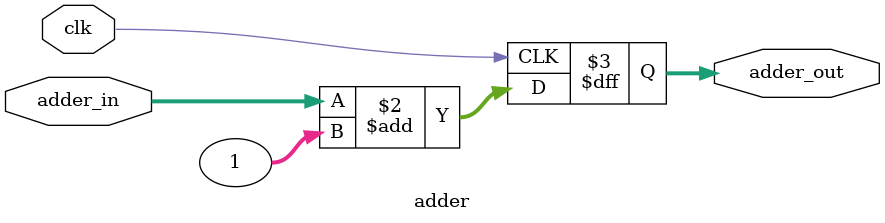
<source format=v>
`timescale 1ns / 1ps
module adder#(
				parameter BUS_WIDTH = 32
				)(
				input clk,
				input [BUS_WIDTH-1:0] adder_in,
				output reg [BUS_WIDTH-1:0] adder_out
				);
	
	always @(posedge clk)
   begin
	 adder_out <= adder_in + 1;
	end

endmodule

</source>
